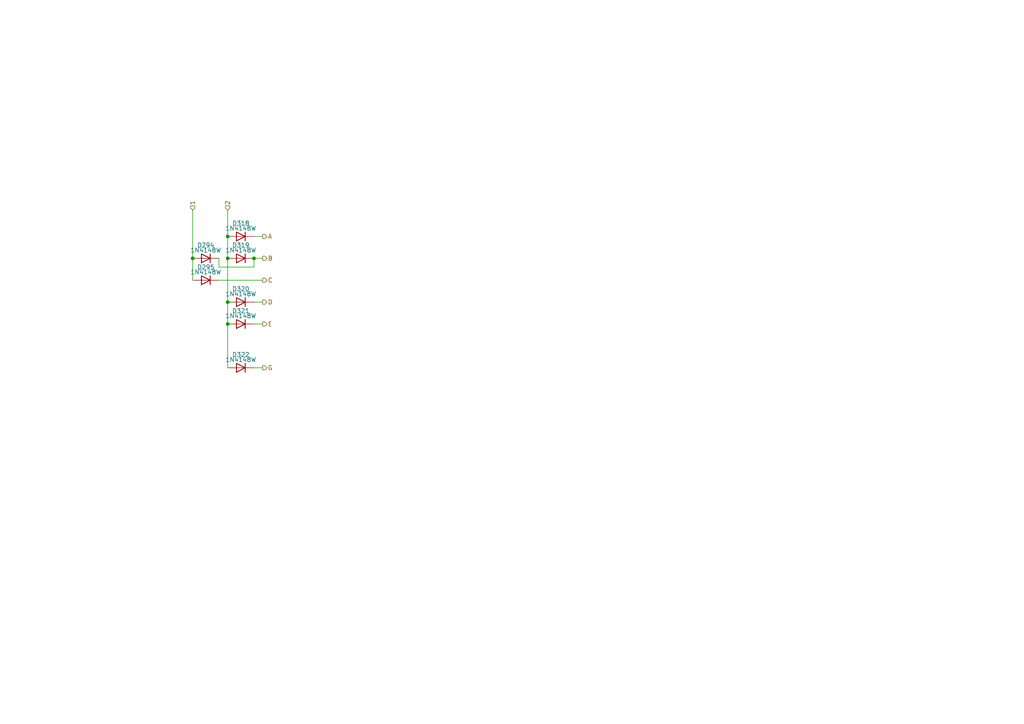
<source format=kicad_sch>
(kicad_sch (version 20231120) (generator "eeschema") (generator_version "8.0")
  (paper "A4")
  (lib_symbols
    (symbol "Device:D" (pin_numbers hide) (pin_names (offset 1.016) hide)
      (property "Reference" "D" (at 0 2.54 0))
      (property "Value" "D" (at 0 -2.54 0))
      (symbol "D_0_1"
        (polyline (pts (xy -1.27 1.27) (xy -1.27 -1.27)) (stroke (width 0.254)))
        (polyline (pts (xy 1.27 0) (xy -1.27 0)))
        (polyline (pts (xy 1.27 1.27) (xy 1.27 -1.27) (xy -1.27 0) (xy 1.27 1.27)) (stroke (width 0.254)))
      )
      (symbol "D_1_1"
        (pin passive line (at -3.81 0 0) (length 2.54) (name "K") (number "1"))
        (pin passive line (at 3.81 0 180) (length 2.54) (name "A") (number "2"))
      )
    )
  )
  (junction (at 73.66 74.93))
  (junction (at 66.04 87.63))
  (junction (at 66.04 74.93))
  (junction (at 66.04 93.98))
  (junction (at 66.04 68.58))
  (junction (at 55.88 74.93))
  (wire (pts (xy 63.5 81.28) (xy 76.2 81.28)))
  (wire (pts (xy 76.2 87.63) (xy 73.66 87.63)))
  (wire (pts (xy 66.04 93.98) (xy 66.04 106.68)))
  (wire (pts (xy 66.04 68.58) (xy 66.04 74.93)))
  (wire (pts (xy 66.04 87.63) (xy 66.04 93.98)))
  (wire (pts (xy 76.2 106.68) (xy 73.66 106.68)))
  (wire (pts (xy 63.5 77.47) (xy 73.66 77.47)))
  (wire (pts (xy 66.04 74.93) (xy 66.04 87.63)))
  (wire (pts (xy 76.2 74.93) (xy 73.66 74.93)))
  (wire (pts (xy 76.2 93.98) (xy 73.66 93.98)))
  (wire (pts (xy 55.88 60.96) (xy 55.88 74.93)))
  (wire (pts (xy 63.5 74.93) (xy 63.5 77.47)))
  (wire (pts (xy 76.2 68.58) (xy 73.66 68.58)))
  (wire (pts (xy 73.66 77.47) (xy 73.66 74.93)))
  (wire (pts (xy 55.88 74.93) (xy 55.88 81.28)))
  (wire (pts (xy 66.04 60.96) (xy 66.04 68.58)))
  (hierarchical_label "B" (shape output) (at 76.2 74.93 0))
  (hierarchical_label "D" (shape output) (at 76.2 87.63 0))
  (hierarchical_label "A" (shape output) (at 76.2 68.58 0))
  (hierarchical_label "2" (shape input) (at 66.04 60.96 90))
  (hierarchical_label "1" (shape input) (at 55.88 60.96 90))
  (hierarchical_label "E" (shape output) (at 76.2 93.98 0))
  (hierarchical_label "C" (shape output) (at 76.2 81.28 0))
  (hierarchical_label "G" (shape output) (at 76.2 106.68 0))
  (symbol (lib_id "Device:D") (at 59.69 81.28 180) (unit 1)
    (property "Reference" "D295" (at 59.69 77.47 0))
    (property "Value" "1N4148W" (at 59.69 78.9211 0))
    (property "Footprint" "Diode_SMD:D_SOD-123" (effects (hide yes)))
    (property "Sim.Device" "D" (effects (hide yes)))
    (property "Sim.Pins" "1=K 2=A" (effects (hide yes)))
    (property "Assembly" "True" (effects (hide yes)))
    (property "LCSC_PN" "C81598" (effects (hide yes)))
    (property "Price" "0.0061" (effects (hide yes)))
  )
  (symbol (lib_id "Device:D") (at 69.85 93.98 180) (unit 1)
    (property "Reference" "D321" (at 69.85 90.17 0))
    (property "Value" "1N4148W" (at 69.85 91.6211 0))
    (property "Footprint" "Diode_SMD:D_SOD-123" (effects (hide yes)))
    (property "Sim.Device" "D" (effects (hide yes)))
    (property "Sim.Pins" "1=K 2=A" (effects (hide yes)))
    (property "Assembly" "True" (effects (hide yes)))
    (property "LCSC_PN" "C81598" (effects (hide yes)))
    (property "Price" "0.0061" (effects (hide yes)))
  )
  (symbol (lib_id "Device:D") (at 59.69 74.93 180) (unit 1)
    (property "Reference" "D294" (at 59.69 71.12 0))
    (property "Value" "1N4148W" (at 59.69 72.5711 0))
    (property "Footprint" "Diode_SMD:D_SOD-123" (effects (hide yes)))
    (property "Sim.Device" "D" (effects (hide yes)))
    (property "Sim.Pins" "1=K 2=A" (effects (hide yes)))
    (property "Assembly" "True" (effects (hide yes)))
    (property "LCSC_PN" "C81598" (effects (hide yes)))
    (property "Price" "0.0061" (effects (hide yes)))
  )
  (symbol (lib_id "Device:D") (at 69.85 74.93 180) (unit 1)
    (property "Reference" "D319" (at 69.85 71.12 0))
    (property "Value" "1N4148W" (at 69.85 72.5711 0))
    (property "Footprint" "Diode_SMD:D_SOD-123" (effects (hide yes)))
    (property "Sim.Device" "D" (effects (hide yes)))
    (property "Sim.Pins" "1=K 2=A" (effects (hide yes)))
    (property "Assembly" "True" (effects (hide yes)))
    (property "LCSC_PN" "C81598" (effects (hide yes)))
    (property "Price" "0.0061" (effects (hide yes)))
  )
  (symbol (lib_id "Device:D") (at 69.85 87.63 180) (unit 1)
    (property "Reference" "D320" (at 69.85 83.82 0))
    (property "Value" "1N4148W" (at 69.85 85.2711 0))
    (property "Footprint" "Diode_SMD:D_SOD-123" (effects (hide yes)))
    (property "Sim.Device" "D" (effects (hide yes)))
    (property "Sim.Pins" "1=K 2=A" (effects (hide yes)))
    (property "Assembly" "True" (effects (hide yes)))
    (property "LCSC_PN" "C81598" (effects (hide yes)))
    (property "Price" "0.0061" (effects (hide yes)))
  )
  (symbol (lib_id "Device:D") (at 69.85 68.58 180) (unit 1)
    (property "Reference" "D318" (at 69.85 64.77 0))
    (property "Value" "1N4148W" (at 69.85 66.2211 0))
    (property "Footprint" "Diode_SMD:D_SOD-123" (effects (hide yes)))
    (property "Sim.Device" "D" (effects (hide yes)))
    (property "Sim.Pins" "1=K 2=A" (effects (hide yes)))
    (property "Assembly" "True" (effects (hide yes)))
    (property "LCSC_PN" "C81598" (effects (hide yes)))
    (property "Price" "0.0061" (effects (hide yes)))
  )
  (symbol (lib_id "Device:D") (at 69.85 106.68 180) (unit 1)
    (property "Reference" "D322" (at 69.85 102.87 0))
    (property "Value" "1N4148W" (at 69.85 104.3211 0))
    (property "Footprint" "Diode_SMD:D_SOD-123" (effects (hide yes)))
    (property "Sim.Device" "D" (effects (hide yes)))
    (property "Sim.Pins" "1=K 2=A" (effects (hide yes)))
    (property "Assembly" "True" (effects (hide yes)))
    (property "LCSC_PN" "C81598" (effects (hide yes)))
    (property "Price" "0.0061" (effects (hide yes)))
  )
)
</source>
